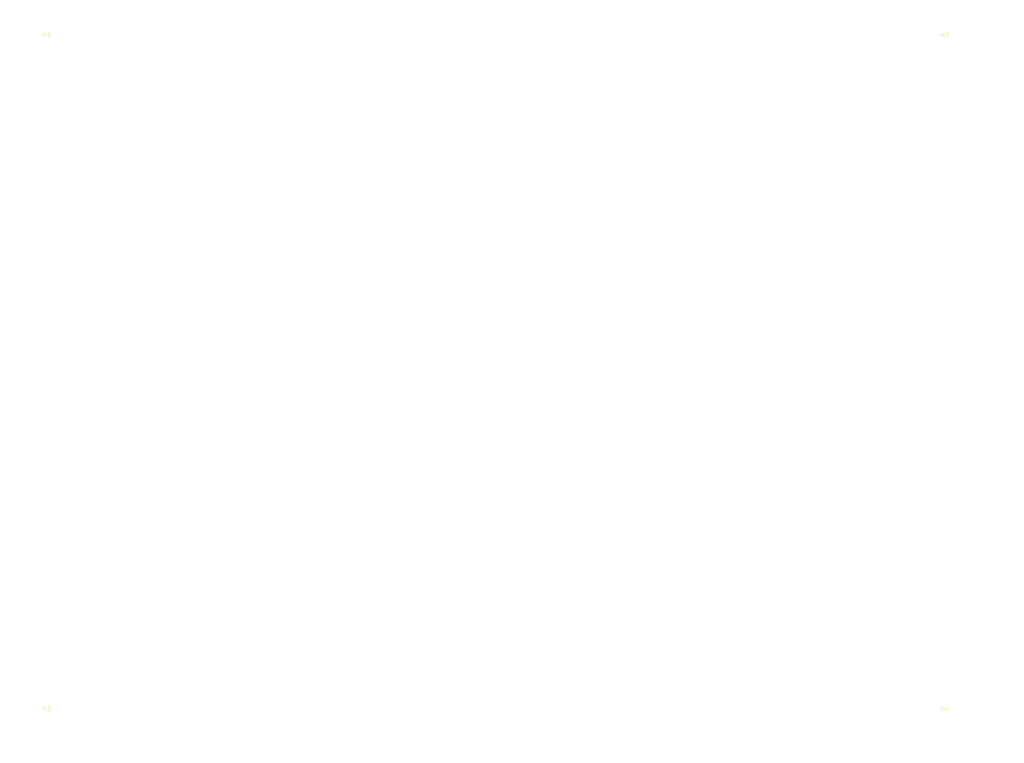
<source format=kicad_pcb>
(kicad_pcb (version 20210228) (generator pcbnew)
  (title_block (title "Enter Title On Page Setting Dialog") (rev "1") (company "KiCAD"))
  (layers (0 "F.Cu" signal) (31 "B.Cu" signal) (34 "B.Paste" user) (35 "F.Paste" user) (36 "B.SilkS" user "B.Silkscreen") (37 "F.SilkS" user "F.Silkscreen") (38 "B.Mask" user) (39 "F.Mask" user) (44 "Edge.Cuts" user))
  (net 0 "")
  (footprint "MountingHole:MountingHole_3.2mm_M3" (layer "F.Cu") (at 93.9 55.800001)
    (fp_text reference "H1" (at 5.16 -0.205) (layer "F.SilkS"))
    (fp_text value "MountingHole")
    (pad "1" np_thru_hole circle (at 0 0) (size 3.2 3.2) (drill 3.2) (layers *.Cu *.Mask))
  )
  (footprint "MountingHole:MountingHole_3.2mm_M3" (layer "F.Cu") (at 302.9 55.800001)
    (fp_text reference "H2" (at -5.26 -0.205) (layer "F.SilkS"))
    (fp_text value "MountingHole")
    (pad "1" np_thru_hole circle (at 0 0) (size 3.2 3.2) (drill 3.2) (layers *.Cu *.Mask))
  )
  (footprint "MountingHole:MountingHole_3.2mm_M3" (layer "F.Cu") (at 93.9 204.800001)
    (fp_text reference "H3" (at 5.16 -0.08) (layer "F.SilkS"))
    (fp_text value "MountingHole")
    (pad "1" np_thru_hole circle (at 0 0) (size 3.2 3.2) (drill 3.2) (layers *.Cu *.Mask))
  )
  (footprint "MountingHole:MountingHole_3.2mm_M3" (layer "F.Cu") (at 302.9 204.800001)
    (fp_text reference "H4" (at -5.26 -0.08) (layer "F.SilkS"))
    (fp_text value "MountingHole")
    (pad "1" np_thru_hole circle (at 0 0) (size 3.2 3.2) (drill 3.2) (layers *.Cu *.Mask))
  )
  (gr_line (start 88.9 50.800001) (end 88.9 209.800001) (layer "Edge.Cuts") (width 0.00254))
  (gr_line (start 88.9 209.800001) (end 307.9 209.800001) (layer "Edge.Cuts") (width 0.00254))
  (gr_line (start 307.9 50.800001) (end 88.9 50.800001) (layer "Edge.Cuts") (width 0.00254))
  (gr_line (start 307.9 50.800001) (end 307.9 209.800001) (layer "Edge.Cuts") (width 0.00254))
)
</source>
